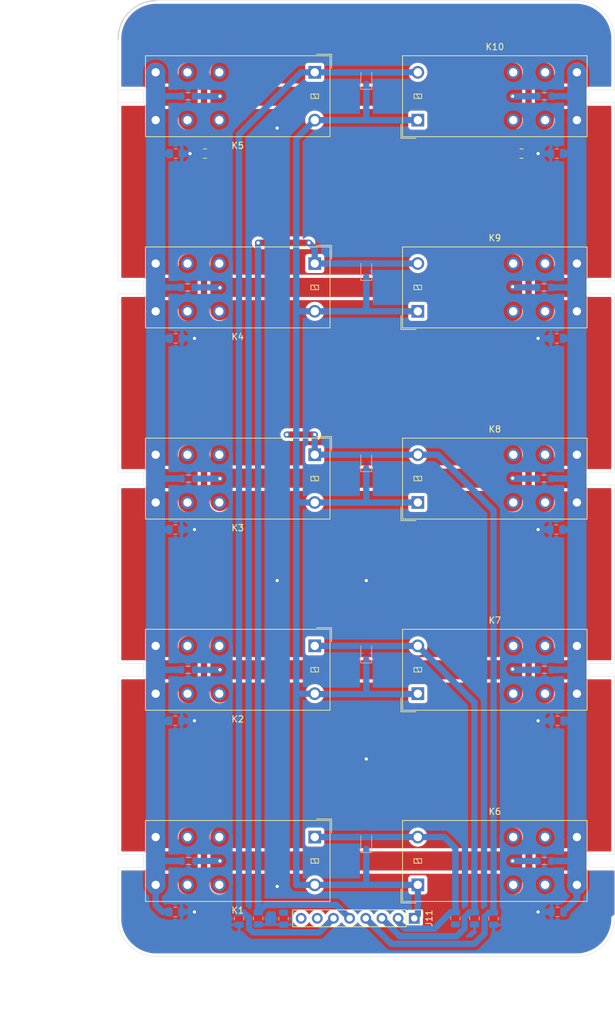
<source format=kicad_pcb>
(kicad_pcb (version 20241229) (generator "pcbnew") (generator_version "9.0")
  (layers (0 "F.Cu" signal) (2 "B.Cu" signal) (13 "F.Paste" user) (15 "B.Paste" user) (5 "F.SilkS" user "F.Silkscreen") (7 "B.SilkS" user "B.Silkscreen") (1 "F.Mask" user) (3 "B.Mask" user) (25 "Edge.Cuts" user))
  (net 0 "")
  (net 1 "/12V")
  (net 2 "GND")
  (net 3 "/Radio_1\\")
  (net 4 "/Radio_2\\")
  (net 5 "/Radio_3\\")
  (net 6 "/Radio_4\\")
  (net 7 "/Amplifier\\")
  (net 8 "Net-(K1-Pad12)_1")
  (net 9 "Net-(K2-Pad12)_1")
  (net 10 "Net-(K3-Pad12)_1")
  (net 11 "Net-(K4-Pad12)_1")
  (net 12 "Net-(C10-Pad1)")
  (net 13 "Net-(C1-Pad1)")
  (net 14 "Net-(C18-Pad1)")
  (net 17 "Net-(K1-Pad11)_1")
  (net 18 "Net-(K2-Pad11)_1")
  (net 19 "Net-(K3-Pad11)_1")
  (net 20 "Net-(K8-Pad11)_1")
  (net 21 "Net-(K5-Pad11)_1")
  (net 22 "Net-(K6-Pad11)_1")
  (net 23 "Net-(K7-Pad11)_1")
  (net 24 "Net-(K9-Pad11)_1")
  (net 25 "Net-(K10-Pad11)_1")
  (footprint "Relay_4to1:Relay_SPDT_Omron_G2RL-1-E" (layer "F.Cu") (at 138 30 90)
    (property "Reference" "K10" (at 7.75 -7.8 180) (layer "F.SilkS"))
    (property "Value" "G2RL-1-E" (hide yes))
    (pad "11" thru_hole circle (at -3.75 0.1 90) (size 2 2) (drill 1.3) (layers "*.Cu" "*.Mask") (net 25 "Net-(K10-Pad11)_1"))
    (pad "11" thru_hole circle (at 3.75 0.1 90) (size 2 2) (drill 1.3) (layers "*.Cu" "*.Mask") (net 25 "Net-(K10-Pad11)_1"))
    (pad "12" thru_hole circle (at -3.75 -4.9 90) (size 2 2) (drill 1.3) (layers "*.Cu" "*.Mask") (net 12 "Net-(C10-Pad1)"))
    (pad "12" thru_hole circle (at 3.75 -4.9 90) (size 2 2) (drill 1.3) (layers "*.Cu" "*.Mask") (net 12 "Net-(C10-Pad1)"))
    (pad "14" thru_hole circle (at -3.75 5.1 90) (size 2 2) (drill 1.3) (layers "*.Cu" "*.Mask") (net 13 "Net-(C1-Pad1)"))
    (pad "14" thru_hole circle (at 3.75 5.1 90) (size 2 2) (drill 1.3) (layers "*.Cu" "*.Mask") (net 13 "Net-(C1-Pad1)"))
    (pad "A1" thru_hole rect (at -3.75 -19.9 90) (size 2 2) (drill 1.3) (layers "*.Cu" "*.Mask") (net 1 "/12V"))
    (pad "A2" thru_hole circle (at 3.75 -19.9 90) (size 2 2) (drill 1.3) (layers "*.Cu" "*.Mask") (net 7 "/Amplifier\\"))
  )
  (footprint "Relay_4to1:Relay_SPDT_Omron_G2RL-1-E" (layer "F.Cu") (at 82 30 -90)
    (property "Reference" "K5" (at 7.75 -7.8 0) (layer "F.SilkS"))
    (property "Value" "G2RL-1-E")
    (pad "11" thru_hole circle (at -3.75 0.1 270) (size 2 2) (drill 1.3) (layers "*.Cu" "*.Mask") (net 21 "Net-(K5-Pad11)_1"))
    (pad "11" thru_hole circle (at 3.75 0.1 270) (size 2 2) (drill 1.3) (layers "*.Cu" "*.Mask") (net 21 "Net-(K5-Pad11)_1"))
    (pad "12" thru_hole circle (at -3.75 -4.9 270) (size 2 2) (drill 1.3) (layers "*.Cu" "*.Mask") (net 12 "Net-(C10-Pad1)"))
    (pad "12" thru_hole circle (at 3.75 -4.9 270) (size 2 2) (drill 1.3) (layers "*.Cu" "*.Mask") (net 12 "Net-(C10-Pad1)"))
    (pad "14" thru_hole circle (at -3.75 5.1 270) (size 2 2) (drill 1.3) (layers "*.Cu" "*.Mask") (net 14 "Net-(C18-Pad1)"))
    (pad "14" thru_hole circle (at 3.75 5.1 270) (size 2 2) (drill 1.3) (layers "*.Cu" "*.Mask") (net 14 "Net-(C18-Pad1)"))
    (pad "A1" thru_hole rect (at -3.75 -19.9 270) (size 2 2) (drill 1.3) (layers "*.Cu" "*.Mask") (net 7 "/Amplifier\\"))
    (pad "A2" thru_hole circle (at 3.75 -19.9 270) (size 2 2) (drill 1.3) (layers "*.Cu" "*.Mask") (net 1 "/12V"))
  )
  (footprint "Relay_4to1:Relay_SPDT_Omron_G2RL-1-E" (layer "F.Cu") (at 82 120 -90)
    (property "Reference" "K2" (at 7.75 -7.8 0) (layer "F.SilkS"))
    (property "Value" "G2RL-1-E")
    (pad "11" thru_hole circle (at -3.75 0.1 270) (size 2 2) (drill 1.3) (layers "*.Cu" "*.Mask") (net 18 "Net-(K2-Pad11)_1"))
    (pad "11" thru_hole circle (at 3.75 0.1 270) (size 2 2) (drill 1.3) (layers "*.Cu" "*.Mask") (net 18 "Net-(K2-Pad11)_1"))
    (pad "12" thru_hole circle (at -3.75 -4.9 270) (size 2 2) (drill 1.3) (layers "*.Cu" "*.Mask") (net 9 "Net-(K2-Pad12)_1"))
    (pad "12" thru_hole circle (at 3.75 -4.9 270) (size 2 2) (drill 1.3) (layers "*.Cu" "*.Mask") (net 9 "Net-(K2-Pad12)_1"))
    (pad "14" thru_hole circle (at -3.75 5.1 270) (size 2 2) (drill 1.3) (layers "*.Cu" "*.Mask") (net 14 "Net-(C18-Pad1)"))
    (pad "14" thru_hole circle (at 3.75 5.1 270) (size 2 2) (drill 1.3) (layers "*.Cu" "*.Mask") (net 14 "Net-(C18-Pad1)"))
    (pad "A1" thru_hole rect (at -3.75 -19.9 270) (size 2 2) (drill 1.3) (layers "*.Cu" "*.Mask") (net 4 "/Radio_2\\"))
    (pad "A2" thru_hole circle (at 3.75 -19.9 270) (size 2 2) (drill 1.3) (layers "*.Cu" "*.Mask") (net 1 "/12V"))
  )
  (footprint "Relay_4to1:Relay_SPDT_Omron_G2RL-1-E" (layer "F.Cu") (at 82 150 -90)
    (property "Reference" "K1" (at 7.75 -7.8 0) (layer "F.SilkS"))
    (property "Value" "G2RL-1-E")
    (pad "11" thru_hole circle (at -3.75 0.1 270) (size 2 2) (drill 1.3) (layers "*.Cu" "*.Mask") (net 17 "Net-(K1-Pad11)_1"))
    (pad "11" thru_hole circle (at 3.75 0.1 270) (size 2 2) (drill 1.3) (layers "*.Cu" "*.Mask") (net 17 "Net-(K1-Pad11)_1"))
    (pad "12" thru_hole circle (at -3.75 -4.9 270) (size 2 2) (drill 1.3) (layers "*.Cu" "*.Mask") (net 8 "Net-(K1-Pad12)_1"))
    (pad "12" thru_hole circle (at 3.75 -4.9 270) (size 2 2) (drill 1.3) (layers "*.Cu" "*.Mask") (net 8 "Net-(K1-Pad12)_1"))
    (pad "14" thru_hole circle (at -3.75 5.1 270) (size 2 2) (drill 1.3) (layers "*.Cu" "*.Mask") (net 14 "Net-(C18-Pad1)"))
    (pad "14" thru_hole circle (at 3.75 5.1 270) (size 2 2) (drill 1.3) (layers "*.Cu" "*.Mask") (net 14 "Net-(C18-Pad1)"))
    (pad "A1" thru_hole rect (at -3.75 -19.9 270) (size 2 2) (drill 1.3) (layers "*.Cu" "*.Mask") (net 3 "/Radio_1\\"))
    (pad "A2" thru_hole circle (at 3.75 -19.9 270) (size 2 2) (drill 1.3) (layers "*.Cu" "*.Mask") (net 1 "/12V"))
  )
  (footprint "Relay_4to1:Relay_SPDT_Omron_G2RL-1-E" (layer "F.Cu") (at 138 150 90)
    (property "Reference" "K6" (at 7.75 -7.8 180) (layer "F.SilkS"))
    (property "Value" "G2RL-1-E")
    (pad "11" thru_hole circle (at -3.75 0.1 90) (size 2 2) (drill 1.3) (layers "*.Cu" "*.Mask") (net 22 "Net-(K6-Pad11)_1"))
    (pad "11" thru_hole circle (at 3.75 0.1 90) (size 2 2) (drill 1.3) (layers "*.Cu" "*.Mask") (net 22 "Net-(K6-Pad11)_1"))
    (pad "12" thru_hole circle (at -3.75 -4.9 90) (size 2 2) (drill 1.3) (layers "*.Cu" "*.Mask") (net 8 "Net-(K1-Pad12)_1"))
    (pad "12" thru_hole circle (at 3.75 -4.9 90) (size 2 2) (drill 1.3) (layers "*.Cu" "*.Mask") (net 8 "Net-(K1-Pad12)_1"))
    (pad "14" thru_hole circle (at -3.75 5.1 90) (size 2 2) (drill 1.3) (layers "*.Cu" "*.Mask") (net 13 "Net-(C1-Pad1)"))
    (pad "14" thru_hole circle (at 3.75 5.1 90) (size 2 2) (drill 1.3) (layers "*.Cu" "*.Mask") (net 13 "Net-(C1-Pad1)"))
    (pad "A1" thru_hole rect (at -3.75 -19.9 90) (size 2 2) (drill 1.3) (layers "*.Cu" "*.Mask") (net 1 "/12V"))
    (pad "A2" thru_hole circle (at 3.75 -19.9 90) (size 2 2) (drill 1.3) (layers "*.Cu" "*.Mask") (net 3 "/Radio_1\\"))
  )
  (footprint "Connector_PinHeader_2.54mm:PinHeader_1x08_P2.54mm_Vertical" (layer "F.Cu") (at 117.54 159 -90)
    (property "Reference" "J11" (at 0 -2.33 90) (layer "F.SilkS"))
    (property "Value" "Conn_01x08_Pin" (hide yes))
    (pad "1" thru_hole rect (at 0 0 270) (size 1.7 1.7) (drill 1) (layers "*.Cu" "*.Mask") (net 1 "/12V"))
    (pad "2" thru_hole oval (at 0 2.54 270) (size 1.7 1.7) (drill 1) (layers "*.Cu" "*.Mask") (net 3 "/Radio_1\\"))
    (pad "3" thru_hole oval (at 0 5.08 270) (size 1.7 1.7) (drill 1) (layers "*.Cu" "*.Mask") (net 4 "/Radio_2\\"))
    (pad "4" thru_hole oval (at 0 7.62 270) (size 1.7 1.7) (drill 1) (layers "*.Cu" "*.Mask") (net 5 "/Radio_3\\"))
    (pad "5" thru_hole oval (at 0 10.16 270) (size 1.7 1.7) (drill 1) (layers "*.Cu" "*.Mask") (net 6 "/Radio_4\\"))
    (pad "6" thru_hole oval (at 0 12.7 270) (size 1.7 1.7) (drill 1) (layers "*.Cu" "*.Mask") (net 7 "/Amplifier\\"))
    (pad "7" thru_hole oval (at 0 15.24 270) (size 1.7 1.7) (drill 1) (layers "*.Cu" "*.Mask"))
    (pad "8" thru_hole oval (at 0 17.78 270) (size 1.7 1.7) (drill 1) (layers "*.Cu" "*.Mask"))
  )
  (footprint "Relay_4to1:Relay_SPDT_Omron_G2RL-1-E" (layer "F.Cu") (at 138 90 90)
    (property "Reference" "K8" (at 7.75 -7.8 180) (layer "F.SilkS"))
    (property "Value" "G2RL-1-E")
    (pad "11" thru_hole circle (at -3.75 0.1 90) (size 2 2) (drill 1.3) (layers "*.Cu" "*.Mask") (net 20 "Net-(K8-Pad11)_1"))
    (pad "11" thru_hole circle (at 3.75 0.1 90) (size 2 2) (drill 1.3) (layers "*.Cu" "*.Mask") (net 20 "Net-(K8-Pad11)_1"))
    (pad "12" thru_hole circle (at -3.75 -4.9 90) (size 2 2) (drill 1.3) (layers "*.Cu" "*.Mask") (net 10 "Net-(K3-Pad12)_1"))
    (pad "12" thru_hole circle (at 3.75 -4.9 90) (size 2 2) (drill 1.3) (layers "*.Cu" "*.Mask") (net 10 "Net-(K3-Pad12)_1"))
    (pad "14" thru_hole circle (at -3.75 5.1 90) (size 2 2) (drill 1.3) (layers "*.Cu" "*.Mask") (net 13 "Net-(C1-Pad1)"))
    (pad "14" thru_hole circle (at 3.75 5.1 90) (size 2 2) (drill 1.3) (layers "*.Cu" "*.Mask") (net 13 "Net-(C1-Pad1)"))
    (pad "A1" thru_hole rect (at -3.75 -19.9 90) (size 2 2) (drill 1.3) (layers "*.Cu" "*.Mask") (net 1 "/12V"))
    (pad "A2" thru_hole circle (at 3.75 -19.9 90) (size 2 2) (drill 1.3) (layers "*.Cu" "*.Mask") (net 5 "/Radio_3\\"))
  )
  (footprint "Capacitor_SMD:C_0805_2012Metric" (layer "F.Cu") (at 84.65 39 180)
    (property "Reference" "C9" (hide yes))
    (property "Value" "5p" (hide yes))
    (pad "1" smd roundrect (at -0.95 0 180) (size 1 1.45) (layers "F.Cu" "F.Mask" "F.Paste") (net 12 "Net-(C10-Pad1)"))
    (pad "2" smd roundrect (at 0.95 0 180) (size 1 1.45) (layers "F.Cu" "F.Mask" "F.Paste") (net 2 "GND"))
  )
  (footprint "Relay_4to1:Relay_SPDT_Omron_G2RL-1-E" (layer "F.Cu") (at 82 90 -90)
    (property "Reference" "K3" (at 7.75 -7.8 0) (layer "F.SilkS"))
    (property "Value" "G2RL-1-E")
    (pad "11" thru_hole circle (at -3.75 0.1 270) (size 2 2) (drill 1.3) (layers "*.Cu" "*.Mask") (net 19 "Net-(K3-Pad11)_1"))
    (pad "11" thru_hole circle (at 3.75 0.1 270) (size 2 2) (drill 1.3) (layers "*.Cu" "*.Mask") (net 19 "Net-(K3-Pad11)_1"))
    (pad "12" thru_hole circle (at -3.75 -4.9 270) (size 2 2) (drill 1.3) (layers "*.Cu" "*.Mask") (net 10 "Net-(K3-Pad12)_1"))
    (pad "12" thru_hole circle (at 3.75 -4.9 270) (size 2 2) (drill 1.3) (layers "*.Cu" "*.Mask") (net 10 "Net-(K3-Pad12)_1"))
    (pad "14" thru_hole circle (at -3.75 5.1 270) (size 2 2) (drill 1.3) (layers "*.Cu" "*.Mask") (net 14 "Net-(C18-Pad1)"))
    (pad "14" thru_hole circle (at 3.75 5.1 270) (size 2 2) (drill 1.3) (layers "*.Cu" "*.Mask") (net 14 "Net-(C18-Pad1)"))
    (pad "A1" thru_hole rect (at -3.75 -19.9 270) (size 2 2) (drill 1.3) (layers "*.Cu" "*.Mask") (net 5 "/Radio_3\\"))
    (pad "A2" thru_hole circle (at 3.75 -19.9 270) (size 2 2) (drill 1.3) (layers "*.Cu" "*.Mask") (net 1 "/12V"))
  )
  (footprint "Relay_4to1:Relay_SPDT_Omron_G2RL-1-E" (layer "F.Cu") (at 138 60 90)
    (property "Reference" "K9" (at 7.75 -7.8 180) (layer "F.SilkS"))
    (property "Value" "G2RL-1-E")
    (pad "11" thru_hole circle (at -3.75 0.1 90) (size 2 2) (drill 1.3) (layers "*.Cu" "*.Mask") (net 24 "Net-(K9-Pad11)_1"))
    (pad "11" thru_hole circle (at 3.75 0.1 90) (size 2 2) (drill 1.3) (layers "*.Cu" "*.Mask") (net 24 "Net-(K9-Pad11)_1"))
    (pad "12" thru_hole circle (at -3.75 -4.9 90) (size 2 2) (drill 1.3) (layers "*.Cu" "*.Mask") (net 11 "Net-(K4-Pad12)_1"))
    (pad "12" thru_hole circle (at 3.75 -4.9 90) (size 2 2) (drill 1.3) (layers "*.Cu" "*.Mask") (net 11 "Net-(K4-Pad12)_1"))
    (pad "14" thru_hole circle (at -3.75 5.1 90) (size 2 2) (drill 1.3) (layers "*.Cu" "*.Mask") (net 13 "Net-(C1-Pad1)"))
    (pad "14" thru_hole circle (at 3.75 5.1 90) (size 2 2) (drill 1.3) (layers "*.Cu" "*.Mask") (net 13 "Net-(C1-Pad1)"))
    (pad "A1" thru_hole rect (at -3.75 -19.9 90) (size 2 2) (drill 1.3) (layers "*.Cu" "*.Mask") (net 1 "/12V"))
    (pad "A2" thru_hole circle (at 3.75 -19.9 90) (size 2 2) (drill 1.3) (layers "*.Cu" "*.Mask") (net 6 "/Radio_4\\"))
  )
  (footprint "Capacitor_SMD:C_0805_2012Metric" (layer "F.Cu") (at 134.4 39)
    (property "Reference" "C10" (hide yes))
    (property "Value" "5p" (hide yes))
    (pad "1" smd roundrect (at -0.95 0) (size 1 1.45) (layers "F.Cu" "F.Mask" "F.Paste") (net 12 "Net-(C10-Pad1)"))
    (pad "2" smd roundrect (at 0.95 0) (size 1 1.45) (layers "F.Cu" "F.Mask" "F.Paste") (net 2 "GND"))
  )
  (footprint "Relay_4to1:Relay_SPDT_Omron_G2RL-1-E" (layer "F.Cu") (at 82 60 -90)
    (property "Reference" "K4" (at 7.75 -7.8 0) (layer "F.SilkS"))
    (property "Value" "G2RL-1-E")
    (pad "11" thru_hole circle (at -3.75 0.1 270) (size 2 2) (drill 1.3) (layers "*.Cu" "*.Mask") (net 14 "Net-(C18-Pad1)"))
    (pad "11" thru_hole circle (at 3.75 0.1 270) (size 2 2) (drill 1.3) (layers "*.Cu" "*.Mask") (net 14 "Net-(C18-Pad1)"))
    (pad "12" thru_hole circle (at -3.75 -4.9 270) (size 2 2) (drill 1.3) (layers "*.Cu" "*.Mask") (net 11 "Net-(K4-Pad12)_1"))
    (pad "12" thru_hole circle (at 3.75 -4.9 270) (size 2 2) (drill 1.3) (layers "*.Cu" "*.Mask") (net 11 "Net-(K4-Pad12)_1"))
    (pad "14" thru_hole circle (at -3.75 5.1 270) (size 2 2) (drill 1.3) (layers "*.Cu" "*.Mask") (net 14 "Net-(C18-Pad1)"))
    (pad "14" thru_hole circle (at 3.75 5.1 270) (size 2 2) (drill 1.3) (layers "*.Cu" "*.Mask") (net 14 "Net-(C18-Pad1)"))
    (pad "A1" thru_hole rect (at -3.75 -19.9 270) (size 2 2) (drill 1.3) (layers "*.Cu" "*.Mask") (net 6 "/Radio_4\\"))
    (pad "A2" thru_hole circle (at 3.75 -19.9 270) (size 2 2) (drill 1.3) (layers "*.Cu" "*.Mask") (net 1 "/12V"))
  )
  (footprint "Relay_4to1:Relay_SPDT_Omron_G2RL-1-E" (layer "F.Cu") (at 138 120 90)
    (property "Reference" "K7" (at 7.75 -7.8 180) (layer "F.SilkS"))
    (property "Value" "G2RL-1-E")
    (pad "11" thru_hole circle (at -3.75 0.1 90) (size 2 2) (drill 1.3) (layers "*.Cu" "*.Mask") (net 23 "Net-(K7-Pad11)_1"))
    (pad "11" thru_hole circle (at 3.75 0.1 90) (size 2 2) (drill 1.3) (layers "*.Cu" "*.Mask") (net 23 "Net-(K7-Pad11)_1"))
    (pad "12" thru_hole circle (at -3.75 -4.9 90) (size 2 2) (drill 1.3) (layers "*.Cu" "*.Mask") (net 9 "Net-(K2-Pad12)_1"))
    (pad "12" thru_hole circle (at 3.75 -4.9 90) (size 2 2) (drill 1.3) (layers "*.Cu" "*.Mask") (net 9 "Net-(K2-Pad12)_1"))
    (pad "14" thru_hole circle (at -3.75 5.1 90) (size 2 2) (drill 1.3) (layers "*.Cu" "*.Mask") (net 13 "Net-(C1-Pad1)"))
    (pad "14" thru_hole circle (at 3.75 5.1 90) (size 2 2) (drill 1.3) (layers "*.Cu" "*.Mask") (net 13 "Net-(C1-Pad1)"))
    (pad "A1" thru_hole rect (at -3.75 -19.9 90) (size 2 2) (drill 1.3) (layers "*.Cu" "*.Mask") (net 1 "/12V"))
    (pad "A2" thru_hole circle (at 3.75 -19.9 90) (size 2 2) (drill 1.3) (layers "*.Cu" "*.Mask") (net 4 "/Radio_2\\"))
  )
  (footprint "Inductor_SMD:L_0805_2012Metric" (layer "B.Cu") (at 82 120 180)
    (property "Reference" "L7" (hide yes))
    (property "Value" "L_Small" (hide yes))
    (pad "1" smd roundrect (at -1.0625 0 180) (size 0.875 1.2) (layers "B.Cu" "B.Mask" "B.Paste") (net 9 "Net-(K2-Pad12)_1"))
    (pad "2" smd roundrect (at 1.0625 0 180) (size 0.875 1.2) (layers "B.Cu" "B.Mask" "B.Paste") (net 14 "Net-(C18-Pad1)"))
  )
  (footprint "Inductor_SMD:L_0805_2012Metric" (layer "B.Cu") (at 82.0625 90 180)
    (property "Reference" "L8" (hide yes))
    (property "Value" "L_Small" (hide yes))
    (pad "1" smd roundrect (at -1.0625 0 180) (size 0.875 1.2) (layers "B.Cu" "B.Mask" "B.Paste") (net 10 "Net-(K3-Pad12)_1"))
    (pad "2" smd roundrect (at 1.0625 0 180) (size 0.875 1.2) (layers "B.Cu" "B.Mask" "B.Paste") (net 14 "Net-(C18-Pad1)"))
  )
  (footprint "Capacitor_SMD:C_0805_2012Metric" (layer "B.Cu") (at 80 98)
    (property "Reference" "C21" (hide yes))
    (property "Value" "5p" (hide yes))
    (pad "1" smd roundrect (at -0.95 0) (size 1 1.45) (layers "B.Cu" "B.Mask" "B.Paste") (net 14 "Net-(C18-Pad1)"))
    (pad "2" smd roundrect (at 0.95 0) (size 1 1.45) (layers "B.Cu" "B.Mask" "B.Paste") (net 2 "GND"))
  )
  (footprint "Capacitor_SMD:C_0805_2012Metric" (layer "B.Cu") (at 139.95 68 180)
    (property "Reference" "C4" (hide yes))
    (property "Value" "5p" (hide yes))
    (pad "1" smd roundrect (at -0.95 0 180) (size 1 1.45) (layers "B.Cu" "B.Mask" "B.Paste") (net 13 "Net-(C1-Pad1)"))
    (pad "2" smd roundrect (at 0.95 0 180) (size 1 1.45) (layers "B.Cu" "B.Mask" "B.Paste") (net 2 "GND"))
  )
  (footprint "Inductor_SMD:L_0805_2012Metric" (layer "B.Cu") (at 138 120 180)
    (property "Reference" "L2" (hide yes))
    (property "Value" "L_Small" (hide yes))
    (pad "1" smd roundrect (at -1.0625 0 180) (size 0.875 1.2) (layers "B.Cu" "B.Mask" "B.Paste") (net 13 "Net-(C1-Pad1)"))
    (pad "2" smd roundrect (at 1.0625 0 180) (size 0.875 1.2) (layers "B.Cu" "B.Mask" "B.Paste") (net 9 "Net-(K2-Pad12)_1"))
  )
  (footprint "Capacitor_SMD:C_0805_2012Metric" (layer "B.Cu") (at 80 158)
    (property "Reference" "C18" (hide yes))
    (property "Value" "5p" (hide yes))
    (pad "1" smd roundrect (at -0.95 0) (size 1 1.45) (layers "B.Cu" "B.Mask" "B.Paste") (net 14 "Net-(C18-Pad1)"))
    (pad "2" smd roundrect (at 0.95 0) (size 1 1.45) (layers "B.Cu" "B.Mask" "B.Paste") (net 2 "GND"))
  )
  (footprint "Diode_SMD:D_SOD-323" (layer "B.Cu") (at 109.993422 87.295989 90)
    (property "Reference" "D3" (hide yes))
    (property "Value" "D" (hide yes))
    (pad "1" smd roundrect (at -1.05 0 90) (size 0.6 0.45) (layers "B.Cu" "B.Mask" "B.Paste") (net 1 "/12V"))
    (pad "2" smd roundrect (at 1.05 0 90) (size 0.6 0.45) (layers "B.Cu" "B.Mask" "B.Paste") (net 5 "/Radio_3\\"))
  )
  (footprint "Inductor_SMD:L_0805_2012Metric" (layer "B.Cu") (at 82.0625 150 180)
    (property "Reference" "L6" (hide yes))
    (property "Value" "L_Small" (hide yes))
    (pad "1" smd roundrect (at -1.0625 0 180) (size 0.875 1.2) (layers "B.Cu" "B.Mask" "B.Paste") (net 8 "Net-(K1-Pad12)_1"))
    (pad "2" smd roundrect (at 1.0625 0 180) (size 0.875 1.2) (layers "B.Cu" "B.Mask" "B.Paste") (net 14 "Net-(C18-Pad1)"))
  )
  (footprint "Capacitor_SMD:C_0805_2012Metric" (layer "B.Cu") (at 140.05 158 180)
    (property "Reference" "C1" (hide yes))
    (property "Value" "5p" (hide yes))
    (pad "1" smd roundrect (at -0.95 0 180) (size 1 1.45) (layers "B.Cu" "B.Mask" "B.Paste") (net 13 "Net-(C1-Pad1)"))
    (pad "2" smd roundrect (at 0.95 0 180) (size 1 1.45) (layers "B.Cu" "B.Mask" "B.Paste") (net 2 "GND"))
  )
  (footprint "Capacitor_SMD:C_0805_2012Metric" (layer "B.Cu") (at 139.95 39 180)
    (property "Reference" "C5" (hide yes))
    (property "Value" "5p" (hide yes))
    (pad "1" smd roundrect (at -0.95 0 180) (size 1 1.45) (layers "B.Cu" "B.Mask" "B.Paste") (net 13 "Net-(C1-Pad1)"))
    (pad "2" smd roundrect (at 0.95 0 180) (size 1 1.45) (layers "B.Cu" "B.Mask" "B.Paste") (net 2 "GND"))
  )
  (footprint "Capacitor_SMD:C_0805_2012Metric" (layer "B.Cu") (at 124 159 -90)
    (property "Reference" "C8" (hide yes))
    (property "Value" ".01" (hide yes))
    (pad "1" smd roundrect (at -0.95 0 270) (size 1 1.45) (layers "B.Cu" "B.Mask" "B.Paste") (net 3 "/Radio_1\\"))
    (pad "2" smd roundrect (at 0.95 0 270) (size 1 1.45) (layers "B.Cu" "B.Mask" "B.Paste") (net 2 "GND"))
  )
  (footprint "Inductor_SMD:L_0805_2012Metric" (layer "B.Cu") (at 138 30 180)
    (property "Reference" "L5" (hide yes))
    (property "Value" "L_Small" (hide yes))
    (pad "1" smd roundrect (at -1.0625 0 180) (size 0.875 1.2) (layers "B.Cu" "B.Mask" "B.Paste") (net 13 "Net-(C1-Pad1)"))
    (pad "2" smd roundrect (at 1.0625 0 180) (size 0.875 1.2) (layers "B.Cu" "B.Mask" "B.Paste") (net 12 "Net-(C10-Pad1)"))
  )
  (footprint "Capacitor_SMD:C_0805_2012Metric" (layer "B.Cu") (at 93 159 -90)
    (property "Reference" "C16" (hide yes))
    (property "Value" ".01" (hide yes))
    (pad "1" smd roundrect (at -0.95 0 270) (size 1 1.45) (layers "B.Cu" "B.Mask" "B.Paste") (net 6 "/Radio_4\\"))
    (pad "2" smd roundrect (at 0.95 0 270) (size 1 1.45) (layers "B.Cu" "B.Mask" "B.Paste") (net 2 "GND"))
  )
  (footprint "Capacitor_SMD:C_0805_2012Metric" (layer "B.Cu") (at 80.05 68)
    (property "Reference" "C22" (hide yes))
    (property "Value" "5p" (hide yes))
    (pad "1" smd roundrect (at -0.95 0) (size 1 1.45) (layers "B.Cu" "B.Mask" "B.Paste") (net 14 "Net-(C18-Pad1)"))
    (pad "2" smd roundrect (at 0.95 0) (size 1 1.45) (layers "B.Cu" "B.Mask" "B.Paste") (net 2 "GND"))
  )
  (footprint "Capacitor_SMD:C_0805_2012Metric" (layer "B.Cu") (at 139.8524 98 180)
    (property "Reference" "C3" (hide yes))
    (property "Value" "5p" (hide yes))
    (pad "1" smd roundrect (at -0.95 0 180) (size 1 1.45) (layers "B.Cu" "B.Mask" "B.Paste") (net 13 "Net-(C1-Pad1)"))
    (pad "2" smd roundrect (at 0.95 0 180) (size 1 1.45) (layers "B.Cu" "B.Mask" "B.Paste") (net 2 "GND"))
  )
  (footprint "Capacitor_SMD:C_0805_2012Metric" (layer "B.Cu") (at 140.05 128 180)
    (property "Reference" "C2" (hide yes))
    (property "Value" "5p" (hide yes))
    (pad "1" smd roundrect (at -0.95 0 180) (size 1 1.45) (layers "B.Cu" "B.Mask" "B.Paste") (net 13 "Net-(C1-Pad1)"))
    (pad "2" smd roundrect (at 0.95 0 180) (size 1 1.45) (layers "B.Cu" "B.Mask" "B.Paste") (net 2 "GND"))
  )
  (footprint "Capacitor_SMD:C_0805_2012Metric" (layer "B.Cu") (at 97 159.05 -90)
    (property "Reference" "C14" (hide yes))
    (property "Value" ".01" (hide yes))
    (pad "1" smd roundrect (at -0.95 0 270) (size 1 1.45) (layers "B.Cu" "B.Mask" "B.Paste") (net 1 "/12V"))
    (pad "2" smd roundrect (at 0.95 0 270) (size 1 1.45) (layers "B.Cu" "B.Mask" "B.Paste") (net 2 "GND"))
  )
  (footprint "Inductor_SMD:L_0805_2012Metric" (layer "B.Cu") (at 137.9375 60 180)
    (property "Reference" "L4" (hide yes))
    (property "Value" "L_Small" (hide yes))
    (pad "1" smd roundrect (at -1.0625 0 180) (size 0.875 1.2) (layers "B.Cu" "B.Mask" "B.Paste") (net 13 "Net-(C1-Pad1)"))
    (pad "2" smd roundrect (at 1.0625 0 180) (size 0.875 1.2) (layers "B.Cu" "B.Mask" "B.Paste") (net 11 "Net-(K4-Pad12)_1"))
  )
  (footprint "Diode_SMD:D_SOD-323" (layer "B.Cu") (at 110.006999 27.300975 90)
    (property "Reference" "D5" (hide yes))
    (property "Value" "D" (hide yes))
    (pad "1" smd roundrect (at -1.05 0 90) (size 0.6 0.45) (layers "B.Cu" "B.Mask" "B.Paste") (net 1 "/12V"))
    (pad "2" smd roundrect (at 1.05 0 90) (size 0.6 0.45) (layers "B.Cu" "B.Mask" "B.Paste") (net 7 "/Amplifier\\"))
  )
  (footprint "Inductor_SMD:L_0805_2012Metric" (layer "B.Cu") (at 137.9375 90 180)
    (property "Reference" "L3" (hide yes))
    (property "Value" "L_Small" (hide yes))
    (pad "1" smd roundrect (at -1.0625 0 180) (size 0.875 1.2) (layers "B.Cu" "B.Mask" "B.Paste") (net 13 "Net-(C1-Pad1)"))
    (pad "2" smd roundrect (at 1.0625 0 180) (size 0.875 1.2) (layers "B.Cu" "B.Mask" "B.Paste") (net 10 "Net-(K3-Pad12)_1"))
  )
  (footprint "Inductor_SMD:L_0805_2012Metric" (layer "B.Cu") (at 81.9375 60 180)
    (property "Reference" "L9" (hide yes))
    (property "Value" "L_Small" (hide yes))
    (pad "1" smd roundrect (at -1.0625 0 180) (size 0.875 1.2) (layers "B.Cu" "B.Mask" "B.Paste") (net 11 "Net-(K4-Pad12)_1"))
    (pad "2" smd roundrect (at 1.0625 0 180) (size 0.875 1.2) (layers "B.Cu" "B.Mask" "B.Paste") (net 14 "Net-(C18-Pad1)"))
  )
  (footprint "Inductor_SMD:L_0805_2012Metric" (layer "B.Cu") (at 82 30 180)
    (property "Reference" "L10" (hide yes))
    (property "Value" "L_Small" (hide yes))
    (pad "1" smd roundrect (at -1.0625 0 180) (size 0.875 1.2) (layers "B.Cu" "B.Mask" "B.Paste") (net 12 "Net-(C10-Pad1)"))
    (pad "2" smd roundrect (at 1.0625 0 180) (size 0.875 1.2) (layers "B.Cu" "B.Mask" "B.Paste") (net 14 "Net-(C18-Pad1)"))
  )
  (footprint "Capacitor_SMD:C_0805_2012Metric" (layer "B.Cu") (at 90 159.05 -90)
    (property "Reference" "C15" (hide yes))
    (property "Value" ".01" (hide yes))
    (pad "1" smd roundrect (at -0.95 0 270) (size 1 1.45) (layers "B.Cu" "B.Mask" "B.Paste") (net 7 "/Amplifier\\"))
    (pad "2" smd roundrect (at 0.95 0 270) (size 1 1.45) (layers "B.Cu" "B.Mask" "B.Paste") (net 2 "GND"))
  )
  (footprint "Diode_SMD:D_SOD-323" (layer "B.Cu") (at 110 147.05 90)
    (property "Reference" "D1" (hide yes))
    (property "Value" "D" (hide yes))
    (pad "1" smd roundrect (at -1.05 0 90) (size 0.6 0.45) (layers "B.Cu" "B.Mask" "B.Paste") (net 1 "/12V"))
    (pad "2" smd roundrect (at 1.05 0 90) (size 0.6 0.45) (layers "B.Cu" "B.Mask" "B.Paste") (net 3 "/Radio_1\\"))
  )
  (footprint "Capacitor_SMD:C_0805_2012Metric" (layer "B.Cu") (at 80.05 39)
    (property "Reference" "C24" (hide yes))
    (property "Value" "5p" (hide yes))
    (pad "1" smd roundrect (at -0.95 0) (size 1 1.45) (layers "B.Cu" "B.Mask" "B.Paste") (net 14 "Net-(C18-Pad1)"))
    (pad "2" smd roundrect (at 0.95 0) (size 1 1.45) (layers "B.Cu" "B.Mask" "B.Paste") (net 2 "GND"))
  )
  (footprint "Capacitor_SMD:C_0805_2012Metric" (layer "B.Cu") (at 130 159.05 -90)
    (property "Reference" "C6" (hide yes))
    (property "Value" ".01" (hide yes))
    (pad "1" smd roundrect (at -0.95 0 270) (size 1 1.45) (layers "B.Cu" "B.Mask" "B.Paste") (net 5 "/Radio_3\\"))
    (pad "2" smd roundrect (at 0.95 0 270) (size 1 1.45) (layers "B.Cu" "B.Mask" "B.Paste") (net 2 "GND"))
  )
  (footprint "Capacitor_SMD:C_0805_2012Metric" (layer "B.Cu") (at 80 128)
    (property "Reference" "C20" (hide yes))
    (property "Value" "5p" (hide yes))
    (pad "1" smd roundrect (at -0.95 0) (size 1 1.45) (layers "B.Cu" "B.Mask" "B.Paste") (net 14 "Net-(C18-Pad1)"))
    (pad "2" smd roundrect (at 0.95 0) (size 1 1.45) (layers "B.Cu" "B.Mask" "B.Paste") (net 2 "GND"))
  )
  (footprint "Diode_SMD:D_SOD-323" (layer "B.Cu") (at 110 57.288812 90)
    (property "Reference" "D4" (hide yes))
    (property "Value" "D" (hide yes))
    (pad "1" smd roundrect (at -1.05 0 90) (size 0.6 0.45) (layers "B.Cu" "B.Mask" "B.Paste") (net 1 "/12V"))
    (pad "2" smd roundrect (at 1.05 0 90) (size 0.6 0.45) (layers "B.Cu" "B.Mask" "B.Paste") (net 6 "/Radio_4\\"))
  )
  (footprint "Capacitor_SMD:C_0805_2012Metric" (layer "B.Cu") (at 127 159 -90)
    (property "Reference" "C7" (hide yes))
    (property "Value" ".01" (hide yes))
    (pad "1" smd roundrect (at -0.95 0 270) (size 1 1.45) (layers "B.Cu" "B.Mask" "B.Paste") (net 4 "/Radio_2\\"))
    (pad "2" smd roundrect (at 0.95 0 270) (size 1 1.45) (layers "B.Cu" "B.Mask" "B.Paste") (net 2 "GND"))
  )
  (footprint "Inductor_SMD:L_0805_2012Metric" (layer "B.Cu") (at 138 150 180)
    (property "Reference" "L1" (hide yes))
    (property "Value" "L_Small" (hide yes))
    (pad "1" smd roundrect (at -1.0625 0 180) (size 0.875 1.2) (layers "B.Cu" "B.Mask" "B.Paste") (net 13 "Net-(C1-Pad1)"))
    (pad "2" smd roundrect (at 1.0625 0 180) (size 0.875 1.2) (layers "B.Cu" "B.Mask" "B.Paste") (net 8 "Net-(K1-Pad12)_1"))
  )
  (footprint "Diode_SMD:D_SOD-323" (layer "B.Cu") (at 109.992106 117.313303 90)
    (property "Reference" "D2" (hide yes))
    (property "Value" "D" (hide yes))
    (pad "1" smd roundrect (at -1.05 0 90) (size 0.6 0.45) (layers "B.Cu" "B.Mask" "B.Paste") (net 1 "/12V"))
    (pad "2" smd roundrect (at 1.05 0 90) (size 0.6 0.45) (layers "B.Cu" "B.Mask" "B.Paste") (net 4 "/Radio_2\\"))
  )
  (gr_line (start 149 119) (end 145 119) (stroke (width 0.05)) (layer "Edge.Cuts"))
  (gr_line (start 145 121) (end 149 121) (stroke (width 0.05)) (layer "Edge.Cuts"))
  (gr_line (start 75 91) (end 75 89) (stroke (width 0.05)) (layer "Edge.Cuts"))
  (gr_line (start 145 61) (end 149 61) (stroke (width 0.05)) (layer "Edge.Cuts"))
  (gr_line (start 71 91) (end 75 91) (stroke (width 0.05)) (layer "Edge.Cuts"))
  (gr_arc (start 71 21) (mid 72.757359 16.757359) (end 77 15) (stroke (width 0.2)) (layer "Edge.Cuts"))
  (gr_line (start 71 21) (end 71 59) (stroke (width 0.05)) (layer "Edge.Cuts"))
  (gr_line (start 149 121) (end 149 149) (stroke (width 0.05)) (layer "Edge.Cuts"))
  (gr_arc (start 143 15) (mid 147.242641 16.757359) (end 149 21) (stroke (width 0.05)) (layer "Edge.Cuts"))
  (gr_line (start 145 89) (end 145 91) (stroke (width 0.05)) (layer "Edge.Cuts"))
  (gr_line (start 149 149) (end 145 149) (stroke (width 0.05)) (layer "Edge.Cuts"))
  (gr_line (start 71 61) (end 75 61) (stroke (width 0.05)) (layer "Edge.Cuts"))
  (gr_line (start 145 31) (end 149 31) (stroke (width 0.05)) (layer "Edge.Cuts"))
  (gr_line (start 71 61) (end 71 89) (stroke (width 0.05)) (layer "Edge.Cuts"))
  (gr_line (start 77 15) (end 143 15) (stroke (width 0.05)) (layer "Edge.Cuts"))
  (gr_line (start 145 149) (end 145 151) (stroke (width 0.05)) (layer "Edge.Cuts"))
  (gr_line (start 149 119) (end 149 91) (stroke (width 0.05)) (layer "Edge.Cuts"))
  (gr_line (start 75 121) (end 75 119) (stroke (width 0.05)) (layer "Edge.Cuts"))
  (gr_arc (start 77 165) (mid 72.757359 163.242641) (end 71 159) (stroke (width 0.05)) (layer "Edge.Cuts"))
  (gr_line (start 145 59) (end 145 61) (stroke (width 0.05)) (layer "Edge.Cuts"))
  (gr_line (start 145 119) (end 145 121) (stroke (width 0.05)) (layer "Edge.Cuts"))
  (gr_line (start 75 59) (end 71 59) (stroke (width 0.05)) (layer "Edge.Cuts"))
  (gr_line (start 71 151) (end 75 151) (stroke (width 0.05)) (layer "Edge.Cuts"))
  (gr_line (start 75 61) (end 75 59) (stroke (width 0.05)) (layer "Edge.Cuts"))
  (gr_line (start 149 89) (end 145 89) (stroke (width 0.05)) (layer "Edge.Cuts"))
  (gr_line (start 145 91) (end 149 91) (stroke (width 0.05)) (layer "Edge.Cuts"))
  (gr_line (start 71 151) (end 71 159) (stroke (width 0.05)) (layer "Edge.Cuts"))
  (gr_line (start 149 31) (end 149 59) (stroke (width 0.05)) (layer "Edge.Cuts"))
  (gr_line (start 71 119) (end 71 91) (stroke (width 0.05)) (layer "Edge.Cuts"))
  (gr_line (start 145 151) (end 149 151) (stroke (width 0.05)) (layer "Edge.Cuts"))
  (gr_line (start 145 29) (end 145 31) (stroke (width 0.05)) (layer "Edge.Cuts"))
  (gr_line (start 75 149) (end 71 149) (stroke (width 0.05)) (layer "Edge.Cuts"))
  (gr_line (start 75 119) (end 71 119) (stroke (width 0.05)) (layer "Edge.Cuts"))
  (gr_line (start 149 59) (end 145 59) (stroke (width 0.05)) (layer "Edge.Cuts"))
  (gr_line (start 71 149) (end 71 121) (stroke (width 0.05)) (layer "Edge.Cuts"))
  (gr_line (start 75 89) (end 71 89) (stroke (width 0.05)) (layer "Edge.Cuts"))
  (gr_line (start 71 121) (end 75 121) (stroke (width 0.05)) (layer "Edge.Cuts"))
  (gr_line (start 71 31) (end 75 31) (stroke (width 0.05)) (layer "Edge.Cuts"))
  (gr_line (start 75 29) (end 71 29) (stroke (width 0.05)) (layer "Edge.Cuts"))
  (gr_line (start 75 151) (end 75 149) (stroke (width 0.05)) (layer "Edge.Cuts"))
  (gr_line (start 149 61) (end 149 89) (stroke (width 0.05)) (layer "Edge.Cuts"))
  (gr_line (start 75 31) (end 75 29) (stroke (width 0.05)) (layer "Edge.Cuts"))
  (gr_line (start 149 29) (end 149 21) (stroke (width 0.05)) (layer "Edge.Cuts"))
  (gr_line (start 143 165) (end 77 165) (stroke (width 0.05)) (layer "Edge.Cuts"))
  (gr_line (start 149 29) (end 145 29) (stroke (width 0.05)) (layer "Edge.Cuts"))
  (gr_arc (start 149 159) (mid 147.242641 163.242641) (end 143 165) (stroke (width 0.05)) (layer "Edge.Cuts"))
  (segment (start 110 33.75) (end 110 31.05) (width 1) (layer "B.Cu") (net 1))
  (segment (start 101.9 93.75) (end 110 93.75) (width 1) (layer "B.Cu") (net 1))
  (segment (start 118.042 123.808) (end 110 123.808) (width 1) (layer "B.Cu") (net 1))
  (segment (start 110 151.1) (end 110 148.1) (width 1) (layer "B.Cu") (net 1))
  (segment (start 99 63.75) (end 101.9 63.75) (width 1) (layer "B.Cu") (net 1))
  (segment (start 101.9 33.75) (end 110 33.75) (width 1) (layer "B.Cu") (net 1))
  (segment (start 118.1 153.75) (end 118.1 158.44) (width 1) (layer "B.Cu") (net 1))
  (segment (start 99 123.75) (end 99 153.75) (width 1) (layer "B.Cu") (net 1))
  (segment (start 110 123.808) (end 101.958 123.808) (width 1) (layer "B.Cu") (net 1))
  (segment (start 110 63.75) (end 110 61.05) (width 1) (layer "B.Cu") (net 1))
  (segment (start 101.9 153.75) (end 110 153.75) (width 1) (layer "B.Cu") (net 1))
  (segment (start 110 88.352567) (end 109.993422 88.345989) (width 1) (layer "B.Cu") (net 1))
  (segment (start 101.9 63.75) (end 110 63.75) (width 1) (layer "B.Cu") (net 1))
  (segment (start 99 93.75) (end 99 94.75) (width 1) (layer "B.Cu") (net 1))
  (segment (start 110 61.05) (end 110 58.338812) (width 1) (layer "B.Cu") (net 1))
  (segment (start 118.1 33.75) (end 110 33.75) (width 1) (layer "B.Cu") (net 1))
  (segment (start 118.1 63.75) (end 110 63.75) (width 1) (layer "B.Cu") (net 1))
  (segment (start 118.1 123.75) (end 118.042 123.808) (width 1) (layer "B.Cu") (net 1))
  (segment (start 118.1 93.75) (end 110 93.75) (width 1) (layer "B.Cu") (net 1))
  (segment (start 99 36.65) (end 99 94.75) (width 1) (layer "B.Cu") (net 1))
  (segment (start 99 94.75) (end 99 123.75) (width 1) (layer "B.Cu") (net 1))
  (segment (start 110 153.75) (end 110 151.1) (width 1) (layer "B.Cu") (net 1))
  (segment (start 101.9 93.75) (end 99 93.75) (width 1) (layer "B.Cu") (net 1))
  (segment (start 110 118.371197) (end 110 123.808) (width 1) (layer "B.Cu") (net 1))
  (segment (start 109.992106 118.363303) (end 110 118.371197) (width 1) (layer "B.Cu") (net 1))
  (segment (start 101.9 33.75) (end 99 36.65) (width 1) (layer "B.Cu") (net 1))
  (segment (start 110 93.75) (end 110 88.352567) (width 1) (layer "B.Cu") (net 1))
  (segment (start 118.1 158.44) (end 117.54 159) (width 1) (layer "B.Cu") (net 1))
  (segment (start 101.9 123.75) (end 99 123.75) (width 1) (layer "B.Cu") (net 1))
  (segment (start 101.9 153.75) (end 99 153.75) (width 1) (layer "B.Cu") (net 1))
  (segment (start 110 153.75) (end 118.1 153.75) (width 1) (layer "B.Cu") (net 1))
  (segment (start 101.958 123.808) (end 101.9 123.75) (width 1) (layer "B.Cu") (net 1))
  (segment (start 110 31.05) (end 110 28.05) (width 1) (layer "B.Cu") (net 1))
  (segment (start 83.7 39) (end 82.3 39) (width 1) (layer "F.Cu") (net 2))
  (segment (start 135.35 39) (end 137 39) (width 1) (layer "F.Cu") (net 2))
  (via (at 137 39) (size 1) (drill 0.5) (layers "F.Cu" "B.Cu") (net 2))
  (via (at 96 35) (size 1) (drill 0.5) (layers "F.Cu" "B.Cu") (net 2))
  (via (at 83 98) (size 1) (drill 0.5) (layers "F.Cu" "B.Cu") (net 2))
  (via (at 137 158) (size 1) (drill 0.5) (layers "F.Cu" "B.Cu") (net 2))
  (via (at 96 154) (size 1) (drill 0.5) (layers "F.Cu" "B.Cu") (net 2))
  (via (at 96 106) (size 1) (drill 0.5) (layers "F.Cu" "B.Cu") (net 2))
  (via (at 110 106) (size 1) (drill 0.5) (layers "F.Cu" "B.Cu") (net 2))
  (via (at 83 128) (size 1) (drill 0.5) (layers "F.Cu" "B.Cu") (net 2))
  (via (at 110 134) (size 1) (drill 0.5) (layers "F.Cu" "B.Cu") (net 2))
  (via (at 83 158) (size 1) (drill 0.5) (layers "F.Cu" "B.Cu") (net 2))
  (via (at 137 98) (size 1) (drill 0.5) (layers "F.Cu" "B.Cu") (net 2))
  (via (at 82.3 39) (size 1) (drill 0.5) (layers "F.Cu" "B.Cu") (net 2))
  (via (at 137 128) (size 1) (drill 0.5) (layers "F.Cu" "B.Cu") (net 2))
  (via (at 83 68) (size 1) (drill 0.5) (layers "F.Cu" "B.Cu") (net 2))
  (via (at 137 68) (size 1) (drill 0.5) (layers "F.Cu" "B.Cu") (net 2))
  (segment (start 139.1 128) (end 137 128) (width 1) (layer "B.Cu") (net 2))
  (segment (start 83 158) (end 80.95 158) (width 1) (layer "B.Cu") (net 2))
  (segment (start 80.95 98) (end 83 98) (width 1) (layer "B.Cu") (net 2))
  (segment (start 138.9024 98) (end 137 98) (width 1) (layer "B.Cu") (net 2))
  (segment (start 81 39) (end 82.3 39) (width 1) (layer "B.Cu") (net 2))
  (segment (start 137 158) (end 139.1 158) (width 1) (layer "B.Cu") (net 2))
  (segment (start 139 68) (end 137 68) (width 1) (layer "B.Cu") (net 2))
  (segment (start 83 128) (end 80.95 128) (width 1) (layer "B.Cu") (net 2))
  (segment (start 81 68) (end 83 68) (width 1) (layer "B.Cu") (net 2))
  (segment (start 139 39) (end 137 39) (width 1) (layer "B.Cu") (net 2))
  (segment (start 118.1 146.25) (end 122.25 146.25) (width 1) (layer "B.Cu") (net 3))
  (segment (start 123.275 158.05) (end 124 158.05) (width 1) (layer "B.Cu") (net 3))
  (segment (start 115 159) (end 115 159.56) (width 1) (layer "B.Cu") (net 3))
  (segment (start 122.25 146.25) (end 124 148) (width 1) (layer "B.Cu") (net 3))
  (segment (start 120.725 160.6) (end 123.275 158.05) (width 1) (layer "B.Cu") (net 3))
  (segment (start 124 148) (end 124 158.05) (width 1) (layer "B.Cu") (net 3))
  (segment (start 115 159.56) (end 116.04 160.6) (width 1) (layer "B.Cu") (net 3))
  (segment (start 101.9 146.25) (end 118.1 146.25) (width 1) (layer "B.Cu") (net 3))
  (segment (start 116.04 160.6) (end 120.725 160.6) (width 1) (layer "B.Cu") (net 3))
  (segment (start 118.1 116.29) (end 118.1 116.25) (width 1) (layer "B.Cu") (net 4))
  (segment (start 118.086697 116.263303) (end 109.992106 116.263303) (width 1) (layer "B.Cu") (net 4))
  (segment (start 125.425 160.60043) (end 124.22543 161.8) (width 1) (layer "B.Cu") (net 4))
  (segment (start 127 158.05) (end 126.275 158.05) (width 1) (layer "B.Cu") (net 4))
  (segment (start 118.082 116.308) (end 118.1 116.29) (width 1) (layer "B.Cu") (net 4))
  (segment (start 118.1 116.25) (end 118.086697 116.263303) (width 1) (layer "B.Cu") (net 4))
  (segment (start 124.22543 161.8) (end 115.26 161.8) (width 1) (layer "B.Cu") (net 4))
  (segment (start 127 125.15) (end 127 158.05) (width 1) (layer "B.Cu") (net 4))
  (segment (start 109.978803 116.25) (end 101.9 116.25) (width 1) (layer "B.Cu") (net 4))
  (segment (start 109.992106 116.263303) (end 109.978803 116.25) (width 1) (layer "B.Cu") (net 4))
  (segment (start 125.425 158.9) (end 125.425 160.60043) (width 1) (layer "B.Cu") (net 4))
  (segment (start 115.26 161.8) (end 112.46 159) (width 1) (layer "B.Cu") (net 4))
  (segment (start 118.1 116.25) (end 127 125.15) (width 1) (layer "B.Cu") (net 4))
  (segment (start 126.275 158.05) (end 125.425 158.9) (width 1) (layer "B.Cu") (net 4))
  (segment (start 97.5 83.1) (end 101.9 83.1) (width 1) (layer "F.Cu") (net 5))
  (via (at 101.9 83.1) (size 1) (drill 0.5) (layers "F.Cu" "B.Cu") (net 5))
  (via (at 97.5 83.1) (size 1) (drill 0.5) (layers "F.Cu" "B.Cu") (net 5))
  (segment (start 128.575 161.425) (end 127 163) (width 1) (layer "B.Cu") (net 5))
  (segment (start 118.1 86.25) (end 121.25 86.25) (width 1) (layer "B.Cu") (net 5))
  (segment (start 113.92 163) (end 109.92 159) (width 1) (layer "B.Cu") (net 5))
  (segment (start 121.25 86.25) (end 130 95) (width 1) (layer "B.Cu") (net 5))
  (segment (start 127 163) (end 113.92 163) (width 1) (layer "B.Cu") (net 5))
  (segment (start 118.1 86.25) (end 112.75 86.25) (width 1) (layer "B.Cu") (net 5))
  (segment (start 128.575 158.8) (end 128.575 161.425) (width 1) (layer "B.Cu") (net 5))
  (segment (start 101.9 83.1) (end 101.9 86.25) (width 1) (layer "B.Cu") (net 5))
  (segment (start 101.9 86.25) (end 107.25 86.25) (width 1) (layer "B.Cu") (net 5))
  (segment (start 107.25 86.25) (end 107.254011 86.245989) (width 1) (layer "B.Cu") (net 5))
  (segment (start 112.75 86.25) (end 112.745989 86.245989) (width 1) (layer "B.Cu") (net 5))
  (segment (start 130 158.1) (end 129.275 158.1) (width 1) (layer "B.Cu") (net 5))
  (segment (start 107.254011 86.245989) (end 109.993422 86.245989) (width 1) (layer "B.Cu") (net 5))
  (segment (start 130 95) (end 130 158.1) (width 1) (layer "B.Cu") (net 5))
  (segment (start 129.275 158.1) (end 128.575 158.8) (width 1) (layer "B.Cu") (net 5))
  (segment (start 112.745989 86.245989) (end 109.993422 86.245989) (width 1) (layer "B.Cu") (net 5))
  (segment (start 93 53) (end 101 53) (width 1) (layer "F.Cu") (net 6))
  (via (at 93 53) (size 1) (drill 0.5) (layers "F.Cu" "B.Cu") (net 6))
  (via (at 101 53) (size 1) (drill 0.5) (layers "F.Cu" "B.Cu") (net 6))
  (segment (start 107.3 56.25) (end 107.311188 56.238812) (width 1) (layer "B.Cu") (net 6))
  (segment (start 112.688812 56.238812) (end 110 56.238812) (width 1) (layer "B.Cu") (net 6))
  (segment (start 101.9 56.25) (end 107.3 56.25) (width 1) (layer "B.Cu") (net 6))
  (segment (start 101.9 53.9) (end 101.9 56.25) (width 1) (layer "B.Cu") (net 6))
  (segment (start 112.7 56.25) (end 112.688812 56.238812) (width 1) (layer "B.Cu") (net 6))
  (segment (start 118.1 56.25) (end 112.7 56.25) (width 1) (layer "B.Cu") (net 6))
  (segment (start 101 53) (end 101.9 53.9) (width 1) (layer "B.Cu") (net 6))
  (segment (start 93 53) (end 93 158.05) (width 1) (layer "B.Cu") (net 6))
  (segment (start 107.311188 56.238812) (end 110 56.238812) (width 1) (layer "B.Cu") (net 6))
  (segment (start 105.28 156.9) (end 107.38 159) (width 1) (layer "B.Cu") (net 6))
  (segment (start 93 158.05) (end 94.15 156.9) (width 1) (layer "B.Cu") (net 6))
  (segment (start 94.15 156.9) (end 105.28 156.9) (width 1) (layer "B.Cu") (net 6))
  (segment (start 99.75 26.25) (end 90 36) (width 1) (layer "B.Cu") (net 7))
  (segment (start 91.575 158.95) (end 91.575 160.60043) (width 1) (layer "B.Cu") (net 7))
  (segment (start 91.575 160.60043) (end 92.17457 161.2) (width 1) (layer "B.Cu") (net 7))
  (segment (start 90 36) (end 90 158.1) (width 1) (layer "B.Cu") (net 7))
  (segment (start 90 158.1) (end 90.725 158.1) (width 1) (layer "B.Cu") (net 7))
  (segment (start 101.9 26.25) (end 118.1 26.25) (width 1) (layer "B.Cu") (net 7))
  (segment (start 101.9 26.25) (end 99.75 26.25) (width 1) (layer "B.Cu") (net 7))
  (segment (start 92.17457 161.2) (end 102.64 161.2) (width 1) (layer "B.Cu") (net 7))
  (segment (start 102.64 161.2) (end 104.84 159) (width 1) (layer "B.Cu") (net 7))
  (segment (start 90.725 158.1) (end 91.575 158.95) (width 1) (layer "B.Cu") (net 7))
  (segment (start 87 146.175) (end 87 153.65) (width 3) (layer "F.Cu") (net 8))
  (segment (start 133 150) (end 87 150) (width 3) (layer "F.Cu") (net 8))
  (segment (start 133 146.25) (end 133 149.9) (width 3) (layer "F.Cu") (net 8))
  (segment (start 133 149.9) (end 133 153.75) (width 3) (layer "F.Cu") (net 8))
  (via (at 133 150) (size 1) (drill 0.5) (layers "F.Cu" "B.Cu") (net 8))
  (via (at 87 150) (size 1) (drill 0.5) (layers "F.Cu" "B.Cu") (net 8))
  (segment (start 83.125 150) (end 87 150) (width 1) (layer "B.Cu") (net 8))
  (segment (start 136.9375 150) (end 133 150) (width 1) (layer "B.Cu") (net 8))
  (segment (start 133 119.9) (end 133 123.75) (width 3) (layer "F.Cu") (net 9))
  (segment (start 133 120) (end 87 120) (width 3) (layer "F.Cu") (net 9))
  (segment (start 87 116.175) (end 87 123.65) (width 3) (layer "F.Cu") (net 9))
  (segment (start 133 116.25) (end 133 119.9) (width 3) (layer "F.Cu") (net 9))
  (via (at 87 120) (size 1) (drill 0.5) (layers "F.Cu" "B.Cu") (net 9))
  (via (at 133 119.9) (size 1) (drill 0.5) (layers "F.Cu" "B.Cu") (net 9))
  (segment (start 83.0625 120) (end 87 120) (width 1) (layer "B.Cu") (net 9))
  (segment (start 136.9375 120) (end 133.1 120) (width 1) (layer "B.Cu") (net 9))
  (segment (start 133.1 120) (end 133 119.9) (width 1) (layer "B.Cu") (net 9))
  (segment (start 133 86.1875) (end 133 89.8375) (width 3) (layer "F.Cu") (net 10))
  (segment (start 133 89.9375) (end 87 89.9375) (width 3) (layer "F.Cu") (net 10))
  (segment (start 87 86.1125) (end 87 93.5875) (width 3) (layer "F.Cu") (net 10))
  (segment (start 133 89.8375) (end 133 93.6875) (width 3) (layer "F.Cu") (net 10))
  (via (at 133 89.9375) (size 1) (drill 0.5) (layers "F.Cu" "B.Cu") (net 10))
  (via (at 87 90) (size 1) (drill 0.5) (layers "F.Cu" "B.Cu") (net 10))
  (segment (start 83.125 90) (end 87 90) (width 1) (layer "B.Cu") (net 10))
  (segment (start 136.875 90) (end 133.0625 90) (width 1) (layer "B.Cu") (net 10))
  (segment (start 133.0625 90) (end 133 89.9375) (width 1) (layer "B.Cu") (net 10))
  (segment (start 87 60) (end 87 60.05) (width 3) (layer "F.Cu") (net 11))
  (segment (start 133 59.9) (end 133 63.75) (width 3) (layer "F.Cu") (net 11))
  (segment (start 87 56.175) (end 87 60.05) (width 3) (layer "F.Cu") (net 11))
  (segment (start 133 56.25) (end 133 59.9) (width 3) (layer "F.Cu") (net 11))
  (segment (start 133 60) (end 87 60) (width 3) (layer "F.Cu") (net 11))
  (segment (start 87 60.05) (end 87 63.65) (width 3) (layer "F.Cu") (net 11))
  (via (at 133 59.9) (size 1) (drill 0.5) (layers "F.Cu" "B.Cu") (net 11))
  (via (at 87 60.05) (size 1) (drill 0.5) (layers "F.Cu" "B.Cu") (net 11))
  (segment (start 83 60) (end 86.85 60) (width 1) (layer "B.Cu") (net 11))
  (segment (start 136.875 60) (end 133.1 60) (width 1) (layer "B.Cu") (net 11))
  (segment (start 133.1 60) (end 133 59.9) (width 1) (layer "B.Cu") (net 11))
  (segment (start 133 30) (end 87 30) (width 3) (layer "F.Cu") (net 12))
  (segment (start 86.7 37.9) (end 86.7 33.95) (width 1) (layer "F.Cu") (net 12))
  (segment (start 133.1 33.75) (end 133.1 38.65) (width 1) (layer "F.Cu") (net 12))
  (segment (start 86.7 33.95) (end 86.9 33.75) (width 1) (layer "F.Cu") (net 12))
  (segment (start 133 29.9) (end 133 33.75) (width 3) (layer "F.Cu") (net 12))
  (segment (start 87 33.65) (end 86.9 33.75) (width 3) (layer "F.Cu") (net 12))
  (segment (start 85.6 39) (end 86.7 37.9) (width 1) (layer "F.Cu") (net 12))
  (segment (start 133 26.25) (end 133 29.9) (width 3) (layer "F.Cu") (net 12))
  (segment (start 87 26.175) (end 87 33.65) (width 3) (layer "F.Cu") (net 12))
  (segment (start 133.1 38.65) (end 133.45 39) (width 1) (layer "F.Cu") (net 12))
  (via (at 87 30) (size 1) (drill 0.5) (layers "F.Cu" "B.Cu") (net 12))
  (via (at 133 30) (size 1) (drill 0.5) (layers "F.Cu" "B.Cu") (net 12))
  (segment (start 136.9375 30) (end 133 30) (width 1) (layer "B.Cu") (net 12))
  (segment (start 83.0625 30) (end 87 30) (width 1) (layer "B.Cu") (net 12))
  (segment (start 143.1 150) (end 143.1 128) (width 3) (layer "B.Cu") (net 13))
  (segment (start 143.1 128) (end 143.1 116.25) (width 3) (layer "B.Cu") (net 13))
  (segment (start 139 60) (end 143.1 60) (width 1) (layer "B.Cu") (net 13))
  (segment (start 143.1 153.75) (end 143.1 150) (width 3) (layer "B.Cu") (net 13))
  (segment (start 139.0625 150) (end 143.1 150) (width 1) (layer "B.Cu") (net 13))
  (segment (start 143.1 155.9) (end 143.1 153.75) (width 1) (layer "B.Cu") (net 13))
  (segment (start 143.1 30) (end 143.1 26.25) (width 3) (layer "B.Cu") (net 13))
  (segment (start 143.1 39) (end 143.1 30) (width 3) (layer "B.Cu") (net 13))
  (segment (start 140.9 39) (end 143.1 39) (width 1) (layer "B.Cu") (net 13))
  (segment (start 143.1 68) (end 143.1 60) (width 3) (layer "B.Cu") (net 13))
  (segment (start 143.1 90) (end 143.1 68) (width 3) (layer "B.Cu") (net 13))
  (segment (start 139.0625 30) (end 143.1 30) (width 1) (layer "B.Cu") (net 13))
  (segment (start 140.8024 98) (end 143.1 98) (width 1) (layer "B.Cu") (net 13))
  (segment (start 139 90) (end 143.1 90) (width 1) (layer "B.Cu") (net 13))
  (segment (start 143.1 116.25) (end 143.1 98) (width 3) (layer "B.Cu") (net 13))
  (segment (start 143.1 60) (end 143.1 39) (width 3) (layer "B.Cu") (net 13))
  (segment (start 141 128) (end 143.1 128) (width 1) (layer "B.Cu") (net 13))
  (segment (start 143.1 98) (end 143.1 90) (width 3) (layer "B.Cu") (net 13))
  (segment (start 141 158) (end 143.1 155.9) (width 1) (layer "B.Cu") (net 13))
  (segment (start 140.9 68) (end 143.1 68) (width 1) (layer "B.Cu") (net 13))
  (segment (start 139.0625 120) (end 143.05 120) (width 1) (layer "B.Cu") (net 13))
  (segment (start 82 59.9) (end 82 63.75) (width 3) (layer "F.Cu") (net 14))
  (segment (start 77 60) (end 82 60) (width 3) (layer "F.Cu") (net 14))
  (segment (start 82 56.25) (end 82 59.9) (width 3) (layer "F.Cu") (net 14))
  (segment (start 78 158) (end 76.9 156.9) (width 1) (layer "B.Cu") (net 14))
  (segment (start 76.9 150) (end 76.9 128) (width 3) (layer "B.Cu") (net 14))
  (segment (start 79.1 68) (end 76.9 68) (width 1) (layer "B.Cu") (net 14))
  (segment (start 79.05 98) (end 76.9 98) (width 1) (layer "B.Cu") (net 14))
  (segment (start 76.9 156.9) (end 76.9 153.75) (width 1) (layer "B.Cu") (net 14))
  (segment (start 81 90) (end 76.9 90) (width 1) (layer "B.Cu") (net 14))
  (segment (start 80.875 60) (end 76.9 60) (width 1) (layer "B.Cu") (net 14))
  (segment (start 76.9 60) (end 76.9 39) (width 3) (layer "B.Cu") (net 14))
  (segment (start 76.9 98) (end 76.9 90) (width 3) (layer "B.Cu") (net 14))
  (segment (start 76.9 120) (end 76.9 98) (width 3) (layer "B.Cu") (net 14))
  (segment (start 79.1 39) (end 76.9 39) (width 1) (layer "B.Cu") (net 14))
  (segment (start 81 150) (end 76.9 150) (width 1) (layer "B.Cu") (net 14))
  (segment (start 80.9375 30) (end 76.9 30) (width 1) (layer "B.Cu") (net 14))
  (segment (start 79.05 158) (end 78 158) (width 1) (layer "B.Cu") (net 14))
  (segment (start 76.9 153.75) (end 76.9 150) (width 3) (layer "B.Cu") (net 14))
  (segment (start 76.9 128) (end 76.9 120) (width 3) (layer "B.Cu") (net 14))
  (segment (start 76.9 90) (end 76.9 68) (width 3) (layer "B.Cu") (net 14))
  (segment (start 79.05 128) (end 76.9 128) (width 1) (layer "B.Cu") (net 14))
  (segment (start 76.9 68) (end 76.9 60) (width 3) (layer "B.Cu") (net 14))
  (segment (start 80.9375 120) (end 76.9 120) (width 1) (layer "B.Cu") (net 14))
  (segment (start 76.9 30) (end 76.9 26.25) (width 3) (layer "B.Cu") (net 14))
  (segment (start 76.9 39) (end 76.9 30) (width 3) (layer "B.Cu") (net 14))
  (segment (start 77 150) (end 82 150) (width 3) (layer "F.Cu") (net 17))
  (segment (start 82 146.25) (end 82 149.9) (width 3) (layer "F.Cu") (net 17))
  (segment (start 82 149.9) (end 82 153.75) (width 3) (layer "F.Cu") (net 17))
  (segment (start 82 119.9) (end 82 123.75) (width 3) (layer "F.Cu") (net 18))
  (segment (start 82 116.25) (end 82 119.9) (width 3) (layer "F.Cu") (net 18))
  (segment (start 77 120) (end 82 120) (width 3) (layer "F.Cu") (net 18))
  (segment (start 82 89.9) (end 82 93.75) (width 3) (layer "F.Cu") (net 19))
  (segment (start 82 86.25) (end 82 89.9) (width 3) (layer "F.Cu") (net 19))
  (segment (start 77 90) (end 82 90) (width 3) (layer "F.Cu") (net 19))
  (segment (start 143 90) (end 138 90) (width 3) (layer "F.Cu") (net 20))
  (segment (start 138 93.75) (end 138 90.1) (width 3) (layer "F.Cu") (net 20))
  (segment (start 138 90.1) (end 138 86.25) (width 3) (layer "F.Cu") (net 20))
  (segment (start 82 26.25) (end 82 29.9) (width 3) (layer "F.Cu") (net 21))
  (segment (start 77 30) (end 82 30) (width 3) (layer "F.Cu") (net 21))
  (segment (start 82 29.9) (end 82 33.75) (width 3) (layer "F.Cu") (net 21))
  (segment (start 138.1 153.75) (end 138.1 150.1) (width 3) (layer "F.Cu") (net 22))
  (segment (start 143 150) (end 138.1 150) (width 3) (layer "F.Cu") (net 22))
  (segment (start 138.1 150.1) (end 138.1 146.25) (width 3) (layer "F.Cu") (net 22))
  (segment (start 138 120.1) (end 138 116.25) (width 3) (layer "F.Cu") (net 23))
  (segment (start 143 120) (end 138 120) (width 3) (layer "F.Cu") (net 23))
  (segment (start 138 123.75) (end 138 120.1) (width 3) (layer "F.Cu") (net 23))
  (segment (start 143 60) (end 138 60) (width 3) (layer "F.Cu") (net 24))
  (segment (start 138 63.75) (end 138 60.1) (width 3) (layer "F.Cu") (net 24))
  (segment (start 138 60.1) (end 138 56.25) (width 3) (layer "F.Cu") (net 24))
  (segment (start 142.7 30) (end 138 30) (width 3) (layer "F.Cu") (net 25))
  (segment (start 138 30.1) (end 138 26.25) (width 3) (layer "F.Cu") (net 25))
  (segment (start 138 33.75) (end 138 30.1) (width 3) (layer "F.Cu") (net 25))
  (zone (net 2) (net_name "GND") (layer "F.Cu") (connect_pads (clearance 0.5)) (min_thickness 0.25) (fill yes (thermal_gap 0.5) (thermal_bridge_width 0.5))
    (polygon (pts (xy 149 14.9) (xy 149 164.9) (xy 71 165) (xy 71 15)))
  )
  (zone (net 2) (net_name "GND") (layer "B.Cu") (connect_pads (clearance 0.5)) (min_thickness 0.25) (fill yes (thermal_gap 0.5) (thermal_bridge_width 0.5))
    (polygon (pts (xy 149 15) (xy 149 165) (xy 71 165.1) (xy 71 15)))
  )
)
</source>
